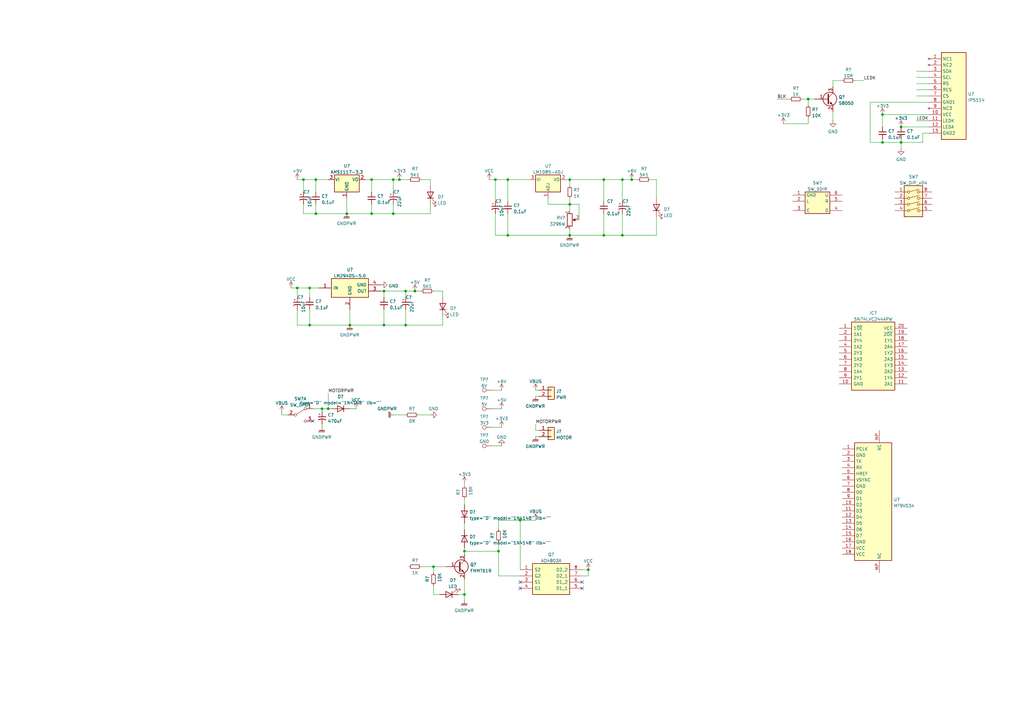
<source format=kicad_sch>
(kicad_sch (version 20211123) (generator eeschema)
  (paper "A3")
  (lib_symbols
    (symbol "Connector:TestPoint" (pin_numbers hide) (pin_names (offset 0.762) hide)
      (property "Reference" "TP" (at 0 6.858 0))
      (property "Value" "TestPoint" (at 0 5.08 0))
      (symbol "TestPoint_0_1"
        (circle (center 0 3.302) (radius 0.762))
      )
      (symbol "TestPoint_1_1"
        (pin passive line (at 0 0 90) (length 2.54) (name "1") (number "1"))
      )
    )
    (symbol "Connector_Generic:Conn_01x02" (pin_names (offset 1.016) hide)
      (property "Reference" "J" (at 0 2.54 0))
      (property "Value" "Conn_01x02" (at 0 -5.08 0))
      (symbol "Conn_01x02_1_1"
        (rectangle (start -1.27 -2.413) (end 0 -2.667) (stroke (width 0.1524)))
        (rectangle (start -1.27 0.127) (end 0 -0.127) (stroke (width 0.1524)))
        (rectangle (start -1.27 1.27) (end 1.27 -3.81) (stroke (width 0.254)) (fill (type background)))
        (pin passive line (at -5.08 0 0) (length 3.81) (name "Pin_1") (number "1"))
        (pin passive line (at -5.08 -2.54 0) (length 3.81) (name "Pin_2") (number "2"))
      )
    )
    (symbol "Device:C_Polarized_Small_US" (pin_numbers hide) (pin_names (offset 0.254) hide)
      (property "Reference" "C" (at 0.254 1.778 0))
      (property "Value" "C_Polarized_Small_US" (at 0.254 -2.032 0))
      (symbol "C_Polarized_Small_US_0_1"
        (polyline (pts (xy -1.524 0.508) (xy 1.524 0.508)) (stroke (width 0.3048)))
        (polyline (pts (xy -1.27 1.524) (xy -0.762 1.524)))
        (polyline (pts (xy -1.016 1.27) (xy -1.016 1.778)))
        (arc (start 1.524 -0.762) (mid 0 -0.3734) (end -1.524 -0.762) (stroke (width 0.3048)))
      )
      (symbol "C_Polarized_Small_US_1_1"
        (pin passive line (at 0 2.54 270) (length 2.032) (name "~") (number "1"))
        (pin passive line (at 0 -2.54 90) (length 2.032) (name "~") (number "2"))
      )
    )
    (symbol "Device:C_Small" (pin_numbers hide) (pin_names (offset 0.254) hide)
      (property "Reference" "C" (at 0.254 1.778 0))
      (property "Value" "C_Small" (at 0.254 -2.032 0))
      (symbol "C_Small_0_1"
        (polyline (pts (xy -1.524 -0.508) (xy 1.524 -0.508)) (stroke (width 0.3302)))
        (polyline (pts (xy -1.524 0.508) (xy 1.524 0.508)) (stroke (width 0.3048)))
      )
      (symbol "C_Small_1_1"
        (pin passive line (at 0 2.54 270) (length 2.032) (name "~") (number "1"))
        (pin passive line (at 0 -2.54 90) (length 2.032) (name "~") (number "2"))
      )
    )
    (symbol "Device:LED" (pin_numbers hide) (pin_names (offset 1.016) hide)
      (property "Reference" "D" (at 0 2.54 0))
      (property "Value" "LED" (at 0 -2.54 0))
      (symbol "LED_0_1"
        (polyline (pts (xy -1.27 -1.27) (xy -1.27 1.27)) (stroke (width 0.254)))
        (polyline (pts (xy -1.27 0) (xy 1.27 0)))
        (polyline (pts (xy 1.27 -1.27) (xy 1.27 1.27) (xy -1.27 0) (xy 1.27 -1.27)) (stroke (width 0.254)))
        (polyline (pts (xy -3.048 -0.762) (xy -4.572 -2.286) (xy -3.81 -2.286) (xy -4.572 -2.286) (xy -4.572 -1.524)))
        (polyline (pts (xy -1.778 -0.762) (xy -3.302 -2.286) (xy -2.54 -2.286) (xy -3.302 -2.286) (xy -3.302 -1.524)))
      )
      (symbol "LED_1_1"
        (pin passive line (at -3.81 0 0) (length 2.54) (name "K") (number "1"))
        (pin passive line (at 3.81 0 180) (length 2.54) (name "A") (number "2"))
      )
    )
    (symbol "Device:Q_NPN_BEC" (pin_names (offset 0) hide)
      (property "Reference" "Q" (at 5.08 1.27 0))
      (property "Value" "Q_NPN_BEC" (at 5.08 -1.27 0))
      (symbol "Q_NPN_BEC_0_1"
        (polyline (pts (xy 0.635 0.635) (xy 2.54 2.54)))
        (polyline (pts (xy 0.635 -0.635) (xy 2.54 -2.54) (xy 2.54 -2.54)))
        (polyline (pts (xy 0.635 1.905) (xy 0.635 -1.905) (xy 0.635 -1.905)) (stroke (width 0.508)))
        (polyline (pts (xy 1.27 -1.778) (xy 1.778 -1.27) (xy 2.286 -2.286) (xy 1.27 -1.778) (xy 1.27 -1.778)) (fill (type outline)))
        (circle (center 1.27 0) (radius 2.8194) (stroke (width 0.254)))
      )
      (symbol "Q_NPN_BEC_1_1"
        (pin input line (at -5.08 0 0) (length 5.715) (name "B") (number "1"))
        (pin passive line (at 2.54 -5.08 90) (length 2.54) (name "E") (number "2"))
        (pin passive line (at 2.54 5.08 270) (length 2.54) (name "C") (number "3"))
      )
    )
    (symbol "Device:R_Potentiometer" (pin_names (offset 1.016) hide)
      (property "Reference" "RV" (at -4.445 0 90))
      (property "Value" "R_Potentiometer" (at -2.54 0 90))
      (symbol "R_Potentiometer_0_1"
        (polyline (pts (xy 2.54 0) (xy 1.524 0)))
        (polyline (pts (xy 1.143 0) (xy 2.286 0.508) (xy 2.286 -0.508) (xy 1.143 0)) (fill (type outline)))
        (rectangle (start 1.016 2.54) (end -1.016 -2.54) (stroke (width 0.254)))
      )
      (symbol "R_Potentiometer_1_1"
        (pin passive line (at 0 3.81 270) (length 1.27) (name "1") (number "1"))
        (pin passive line (at 3.81 0 180) (length 1.27) (name "2") (number "2"))
        (pin passive line (at 0 -3.81 90) (length 1.27) (name "3") (number "3"))
      )
    )
    (symbol "Device:R_Small" (pin_numbers hide) (pin_names (offset 0.254) hide)
      (property "Reference" "R" (at 0.762 0.508 0))
      (property "Value" "R_Small" (at 0.762 -1.016 0))
      (symbol "R_Small_0_1"
        (rectangle (start -0.762 1.778) (end 0.762 -1.778) (stroke (width 0.2032)))
      )
      (symbol "R_Small_1_1"
        (pin passive line (at 0 2.54 270) (length 0.762) (name "~") (number "1"))
        (pin passive line (at 0 -2.54 90) (length 0.762) (name "~") (number "2"))
      )
    )
    (symbol "ErBW_s:AO4803A" (pin_names (offset 0.762))
      (property "Reference" "Q" (at 21.59 7.62 0))
      (property "Value" "AO4803A" (at 21.59 5.08 0))
      (symbol "AO4803A_0_0"
        (pin power_in line (at 0 0 0) (length 5.08) (name "S2") (number "1"))
        (pin input line (at 0 -2.54 0) (length 5.08) (name "G2") (number "2"))
        (pin power_in line (at 0 -5.08 0) (length 5.08) (name "S1") (number "3"))
        (pin input line (at 0 -7.62 0) (length 5.08) (name "G1") (number "4"))
        (pin power_in line (at 25.4 -7.62 180) (length 5.08) (name "D1_1") (number "5"))
        (pin power_in line (at 25.4 -5.08 180) (length 5.08) (name "D1_2") (number "6"))
        (pin power_in line (at 25.4 -2.54 180) (length 5.08) (name "D2_1") (number "7"))
        (pin power_in line (at 25.4 0 180) (length 5.08) (name "D2_2") (number "8"))
      )
      (symbol "AO4803A_0_1"
        (polyline (pts (xy 5.08 2.54) (xy 20.32 2.54) (xy 20.32 -10.16) (xy 5.08 -10.16) (xy 5.08 2.54)) (stroke (width 0.254)) (fill (type background)))
      )
    )
    (symbol "ErBW_s:IPS114"
      (property "Reference" "U" (at 0 19.05 0))
      (property "Value" "IPS114" (at 0 -19.05 0))
      (symbol "IPS114_0_1"
        (rectangle (start -5.08 17.78) (end 5.08 -17.78) (stroke (width 0.254)) (fill (type background)))
      )
      (symbol "IPS114_1_1"
        (pin no_connect line (at -10.16 15.24 0) (length 5.08) (name "NC1") (number "1"))
        (pin power_in line (at -10.16 -7.62 0) (length 5.08) (name "VCC") (number "10"))
        (pin bidirectional line (at -10.16 -10.16 0) (length 5.08) (name "LEDK") (number "11"))
        (pin power_in line (at -10.16 -12.7 0) (length 5.08) (name "LEDA") (number "12"))
        (pin power_in line (at -10.16 -15.24 0) (length 5.08) (name "GND2") (number "13"))
        (pin no_connect line (at -10.16 12.7 0) (length 5.08) (name "NC2") (number "2"))
        (pin bidirectional line (at -10.16 10.16 0) (length 5.08) (name "SDA") (number "3"))
        (pin bidirectional line (at -10.16 7.62 0) (length 5.08) (name "SCL") (number "4"))
        (pin bidirectional line (at -10.16 5.08 0) (length 5.08) (name "RS") (number "5"))
        (pin bidirectional line (at -10.16 2.54 0) (length 5.08) (name "RES") (number "6"))
        (pin bidirectional line (at -10.16 0 0) (length 5.08) (name "CS") (number "7"))
        (pin power_in line (at -10.16 -2.54 0) (length 5.08) (name "GND1") (number "8"))
        (pin no_connect line (at -10.16 -5.08 0) (length 5.08) (name "NC3") (number "9"))
      )
    )
    (symbol "ErBW_s:MT9V034"
      (property "Reference" "U" (at -6.35 27.94 0))
      (property "Value" "MT9V034" (at -6.35 -22.86 0))
      (symbol "MT9V034_0_1"
        (rectangle (start -7.62 26.67) (end 7.62 -21.59) (stroke (width 0.254)) (fill (type background)))
      )
      (symbol "MT9V034_1_1"
        (pin bidirectional line (at -12.7 24.13 0) (length 5.08) (name "PCLK") (number "1"))
        (pin bidirectional line (at -12.7 1.27 0) (length 5.08) (name "D2") (number "10"))
        (pin bidirectional line (at -12.7 -1.27 0) (length 5.08) (name "D3") (number "11"))
        (pin bidirectional line (at -12.7 -3.81 0) (length 5.08) (name "D4") (number "12"))
        (pin bidirectional line (at -12.7 -6.35 0) (length 5.08) (name "D5") (number "13"))
        (pin bidirectional line (at -12.7 -8.89 0) (length 5.08) (name "D6") (number "14"))
        (pin bidirectional line (at -12.7 -11.43 0) (length 5.08) (name "D7") (number "15"))
        (pin power_in line (at -12.7 -13.97 0) (length 5.08) (name "GND") (number "16"))
        (pin power_in line (at -12.7 -16.51 0) (length 5.08) (name "VCC") (number "17"))
        (pin power_in line (at -12.7 -19.05 0) (length 5.08) (name "VCC") (number "18"))
        (pin power_in line (at -12.7 21.59 0) (length 5.08) (name "GND") (number "2"))
        (pin bidirectional line (at -12.7 19.05 0) (length 5.08) (name "TX") (number "3"))
        (pin bidirectional line (at -12.7 16.51 0) (length 5.08) (name "RX") (number "4"))
        (pin bidirectional line (at -12.7 13.97 0) (length 5.08) (name "HREF") (number "5"))
        (pin bidirectional line (at -12.7 11.43 0) (length 5.08) (name "VSYNC") (number "6"))
        (pin power_in line (at -12.7 8.89 0) (length 5.08) (name "GND") (number "7"))
        (pin bidirectional line (at -12.7 6.35 0) (length 5.08) (name "D0") (number "8"))
        (pin bidirectional line (at -12.7 3.81 0) (length 5.08) (name "D1") (number "9"))
        (pin bidirectional line (at 2.54 -26.67 90) (length 5.08) (name "NC") (number "MP"))
        (pin bidirectional line (at 2.54 31.75 270) (length 5.08) (name "NC") (number "MP"))
      )
    )
    (symbol "ErBW_s:SN74LVC244APW" (pin_names (offset 0.762))
      (property "Reference" "IC" (at 24.13 7.62 0))
      (property "Value" "SN74LVC244APW" (at 24.13 5.08 0))
      (symbol "SN74LVC244APW_0_0"
        (pin passive line (at 0 0 0) (length 5.08) (name "1~{OE}") (number "1"))
        (pin power_in line (at 0 -22.86 0) (length 5.08) (name "GND") (number "10"))
        (pin passive line (at 27.94 -22.86 180) (length 5.08) (name "2A1") (number "11"))
        (pin passive line (at 27.94 -20.32 180) (length 5.08) (name "1Y4") (number "12"))
        (pin passive line (at 27.94 -17.78 180) (length 5.08) (name "2A2") (number "13"))
        (pin passive line (at 27.94 -15.24 180) (length 5.08) (name "1Y3") (number "14"))
        (pin passive line (at 27.94 -12.7 180) (length 5.08) (name "2A3") (number "15"))
        (pin passive line (at 27.94 -10.16 180) (length 5.08) (name "1Y2") (number "16"))
        (pin passive line (at 27.94 -7.62 180) (length 5.08) (name "2A4") (number "17"))
        (pin passive line (at 27.94 -5.08 180) (length 5.08) (name "1Y1") (number "18"))
        (pin power_in line (at 27.94 -2.54 180) (length 5.08) (name "2~{OE}") (number "19"))
        (pin passive line (at 0 -2.54 0) (length 5.08) (name "1A1") (number "2"))
        (pin power_in line (at 27.94 0 180) (length 5.08) (name "VCC") (number "20"))
        (pin passive line (at 0 -5.08 0) (length 5.08) (name "2Y4") (number "3"))
        (pin passive line (at 0 -7.62 0) (length 5.08) (name "1A2") (number "4"))
        (pin passive line (at 0 -10.16 0) (length 5.08) (name "2Y3") (number "5"))
        (pin passive line (at 0 -12.7 0) (length 5.08) (name "1A3") (number "6"))
        (pin passive line (at 0 -15.24 0) (length 5.08) (name "2Y2") (number "7"))
        (pin passive line (at 0 -17.78 0) (length 5.08) (name "1A4") (number "8"))
        (pin passive line (at 0 -20.32 0) (length 5.08) (name "2Y1") (number "9"))
      )
      (symbol "SN74LVC244APW_0_1"
        (polyline (pts (xy 5.08 2.54) (xy 22.86 2.54) (xy 22.86 -25.4) (xy 5.08 -25.4) (xy 5.08 2.54)) (stroke (width 0.254)) (fill (type background)))
      )
    )
    (symbol "ErBW_s:SW_5DIR"
      (property "Reference" "SW" (at -5.08 5.08 0))
      (property "Value" "SW_5DIR" (at 2.54 5.08 0))
      (symbol "SW_5DIR_0_0"
        (pin power_in line (at -10.16 2.54 0) (length 5.08) (name "GND") (number "1"))
        (pin passive line (at -10.16 0 0) (length 5.08) (name "L") (number "2"))
        (pin passive line (at -10.16 -3.81 0) (length 5.08) (name "C") (number "3"))
        (pin passive line (at 10.16 -3.81 180) (length 5.08) (name "D") (number "4"))
        (pin passive line (at 10.16 0 180) (length 5.08) (name "R") (number "5"))
        (pin passive line (at 10.16 2.54 180) (length 5.08) (name "U") (number "6"))
      )
      (symbol "SW_5DIR_0_1"
        (rectangle (start -5.08 3.81) (end 5.08 -5.08) (stroke (width 0.254)) (fill (type background)))
      )
    )
    (symbol "Regulator_Linear:AMS1117-3.3" (pin_names (offset 0.254))
      (property "Reference" "U" (at -3.81 3.175 0))
      (property "Value" "AMS1117-3.3" (at 0 3.175 0))
      (symbol "AMS1117-3.3_0_1"
        (rectangle (start -5.08 -5.08) (end 5.08 1.905) (stroke (width 0.254)) (fill (type background)))
      )
      (symbol "AMS1117-3.3_1_1"
        (pin power_in line (at 0 -7.62 90) (length 2.54) (name "GND") (number "1"))
        (pin power_out line (at 7.62 0 180) (length 2.54) (name "VO") (number "2"))
        (pin power_in line (at -7.62 0 0) (length 2.54) (name "VI") (number "3"))
      )
    )
    (symbol "Regulator_Linear:LM1085-ADJ" (pin_names (offset 0.254))
      (property "Reference" "U" (at -3.81 3.175 0))
      (property "Value" "LM1085-ADJ" (at 0 3.175 0))
      (symbol "LM1085-ADJ_0_1"
        (rectangle (start -5.08 1.905) (end 5.08 -5.08) (stroke (width 0.254)) (fill (type background)))
      )
      (symbol "LM1085-ADJ_1_1"
        (pin input line (at 0 -7.62 90) (length 2.54) (name "ADJ") (number "1"))
        (pin power_out line (at 7.62 0 180) (length 2.54) (name "VO") (number "2"))
        (pin power_in line (at -7.62 0 0) (length 2.54) (name "VI") (number "3"))
      )
    )
    (symbol "Regulator_Linear:LM2940S-5.0" (pin_names (offset 0.762))
      (property "Reference" "U" (at 24.13 7.62 0))
      (property "Value" "LM2940S-5.0" (at 24.13 5.08 0))
      (symbol "LM2940S-5.0_0_0"
        (pin input line (at 0 -1.27 0) (length 5.08) (name "IN") (number "1"))
        (pin power_in line (at 12.7 -10.16 90) (length 5.08) (name "GND") (number "2"))
        (pin output line (at 25.4 -2.54 180) (length 5.08) (name "OUT") (number "3"))
        (pin power_in line (at 25.4 0 180) (length 5.08) (name "GND") (number "4"))
      )
      (symbol "LM2940S-5.0_0_1"
        (rectangle (start 5.08 2.54) (end 20.32 -5.08) (stroke (width 0.254)) (fill (type background)))
      )
    )
    (symbol "Simulation_SPICE:DIODE" (pin_numbers hide) (pin_names (offset 1.016) hide)
      (property "Reference" "D" (at 0 2.54 0))
      (property "Value" "DIODE" (at 0 -2.54 0))
      (symbol "DIODE_0_1"
        (polyline (pts (xy 1.27 0) (xy -1.27 0)))
        (polyline (pts (xy 1.27 1.27) (xy 1.27 -1.27)) (stroke (width 0.254)))
        (polyline (pts (xy -1.27 -1.27) (xy -1.27 1.27) (xy 1.27 0) (xy -1.27 -1.27)) (stroke (width 0.254)))
      )
      (symbol "DIODE_1_1"
        (pin passive line (at -3.81 0 0) (length 2.54) (name "A") (number "1"))
        (pin passive line (at 3.81 0 180) (length 2.54) (name "K") (number "2"))
      )
    )
    (symbol "Switch:SW_DIP_x04" (pin_names (offset 0) hide)
      (property "Reference" "SW" (at 0 8.89 0))
      (property "Value" "SW_DIP_x04" (at 0 -6.35 0))
      (symbol "SW_DIP_x04_0_0"
        (circle (center -2.032 -2.54) (radius 0.508))
        (circle (center -2.032 0) (radius 0.508))
        (circle (center -2.032 2.54) (radius 0.508))
        (circle (center -2.032 5.08) (radius 0.508))
        (polyline (pts (xy -1.524 -2.3876) (xy 2.3622 -1.3462)))
        (polyline (pts (xy -1.524 0.127) (xy 2.3622 1.1684)))
        (polyline (pts (xy -1.524 2.667) (xy 2.3622 3.7084)))
        (polyline (pts (xy -1.524 5.207) (xy 2.3622 6.2484)))
        (circle (center 2.032 -2.54) (radius 0.508))
        (circle (center 2.032 0) (radius 0.508))
        (circle (center 2.032 2.54) (radius 0.508))
        (circle (center 2.032 5.08) (radius 0.508))
      )
      (symbol "SW_DIP_x04_0_1"
        (rectangle (start -3.81 7.62) (end 3.81 -5.08) (stroke (width 0.254)) (fill (type background)))
      )
      (symbol "SW_DIP_x04_1_1"
        (pin passive line (at -7.62 5.08 0) (length 5.08) (name "~") (number "1"))
        (pin passive line (at -7.62 2.54 0) (length 5.08) (name "~") (number "2"))
        (pin passive line (at -7.62 0 0) (length 5.08) (name "~") (number "3"))
        (pin passive line (at -7.62 -2.54 0) (length 5.08) (name "~") (number "4"))
        (pin passive line (at 7.62 -2.54 180) (length 5.08) (name "~") (number "5"))
        (pin passive line (at 7.62 0 180) (length 5.08) (name "~") (number "6"))
        (pin passive line (at 7.62 2.54 180) (length 5.08) (name "~") (number "7"))
        (pin passive line (at 7.62 5.08 180) (length 5.08) (name "~") (number "8"))
      )
    )
    (symbol "Switch:SW_DPDT_x2" (pin_names (offset 0) hide)
      (property "Reference" "SW" (at 0 4.318 0))
      (property "Value" "SW_DPDT_x2" (at 0 -5.08 0))
      (symbol "SW_DPDT_x2_0_0"
        (circle (center -2.032 0) (radius 0.508))
        (circle (center 2.032 -2.54) (radius 0.508))
      )
      (symbol "SW_DPDT_x2_0_1"
        (polyline (pts (xy -1.524 0.254) (xy 1.651 2.286)))
        (circle (center 2.032 2.54) (radius 0.508))
      )
      (symbol "SW_DPDT_x2_1_1"
        (pin passive line (at 5.08 2.54 180) (length 2.54) (name "A") (number "1"))
        (pin passive line (at -5.08 0 0) (length 2.54) (name "B") (number "2"))
        (pin passive line (at 5.08 -2.54 180) (length 2.54) (name "C") (number "3"))
      )
      (symbol "SW_DPDT_x2_2_1"
        (pin passive line (at 5.08 2.54 180) (length 2.54) (name "A") (number "4"))
        (pin passive line (at -5.08 0 0) (length 2.54) (name "B") (number "5"))
        (pin passive line (at 5.08 -2.54 180) (length 2.54) (name "C") (number "6"))
      )
    )
    (symbol "power:+3V3" (power) (pin_names (offset 0))
      (property "Value" "+3V3" (at 0 3.556 0))
      (symbol "+3V3_0_1"
        (polyline (pts (xy -0.762 1.27) (xy 0 2.54)))
        (polyline (pts (xy 0 0) (xy 0 2.54)))
        (polyline (pts (xy 0 2.54) (xy 0.762 1.27)))
      )
      (symbol "+3V3_1_1"
        (pin power_in line (at 0 0 90) (length 0) hide (name "+3V3") (number "1"))
      )
    )
    (symbol "power:+5V" (power) (pin_names (offset 0))
      (property "Value" "+5V" (at 0 3.556 0))
      (symbol "+5V_0_1"
        (polyline (pts (xy -0.762 1.27) (xy 0 2.54)))
        (polyline (pts (xy 0 0) (xy 0 2.54)))
        (polyline (pts (xy 0 2.54) (xy 0.762 1.27)))
      )
      (symbol "+5V_1_1"
        (pin power_in line (at 0 0 90) (length 0) hide (name "+5V") (number "1"))
      )
    )
    (symbol "power:+6V" (power) (pin_names (offset 0))
      (property "Value" "+6V" (at 0 3.556 0))
      (symbol "+6V_0_1"
        (polyline (pts (xy -0.762 1.27) (xy 0 2.54)))
        (polyline (pts (xy 0 0) (xy 0 2.54)))
        (polyline (pts (xy 0 2.54) (xy 0.762 1.27)))
      )
      (symbol "+6V_1_1"
        (pin power_in line (at 0 0 90) (length 0) hide (name "+6V") (number "1"))
      )
    )
    (symbol "power:GND" (power) (pin_names (offset 0))
      (property "Value" "GND" (at 0 -3.81 0))
      (symbol "GND_0_1"
        (polyline (pts (xy 0 0) (xy 0 -1.27) (xy 1.27 -1.27) (xy 0 -2.54) (xy -1.27 -1.27) (xy 0 -1.27)))
      )
      (symbol "GND_1_1"
        (pin power_in line (at 0 0 270) (length 0) hide (name "GND") (number "1"))
      )
    )
    (symbol "power:GNDPWR" (power) (pin_names (offset 0))
      (property "Value" "GNDPWR" (at 0 -3.302 0))
      (symbol "GNDPWR_0_1"
        (polyline (pts (xy 0 -1.27) (xy 0 0)))
        (polyline (pts (xy -1.016 -1.27) (xy -1.27 -2.032) (xy -1.27 -2.032)) (stroke (width 0.2032)))
        (polyline (pts (xy -0.508 -1.27) (xy -0.762 -2.032) (xy -0.762 -2.032)) (stroke (width 0.2032)))
        (polyline (pts (xy 0 -1.27) (xy -0.254 -2.032) (xy -0.254 -2.032)) (stroke (width 0.2032)))
        (polyline (pts (xy 0.508 -1.27) (xy 0.254 -2.032) (xy 0.254 -2.032)) (stroke (width 0.2032)))
        (polyline (pts (xy 1.016 -1.27) (xy -1.016 -1.27) (xy -1.016 -1.27)) (stroke (width 0.2032)))
        (polyline (pts (xy 1.016 -1.27) (xy 0.762 -2.032) (xy 0.762 -2.032) (xy 0.762 -2.032)) (stroke (width 0.2032)))
      )
      (symbol "GNDPWR_1_1"
        (pin power_in line (at 0 0 270) (length 0) hide (name "GNDPWR") (number "1"))
      )
    )
    (symbol "power:VBUS" (power) (pin_names (offset 0))
      (property "Value" "VBUS" (at 0 3.81 0))
      (symbol "VBUS_0_1"
        (polyline (pts (xy -0.762 1.27) (xy 0 2.54)))
        (polyline (pts (xy 0 0) (xy 0 2.54)))
        (polyline (pts (xy 0 2.54) (xy 0.762 1.27)))
      )
      (symbol "VBUS_1_1"
        (pin power_in line (at 0 0 90) (length 0) hide (name "VBUS") (number "1"))
      )
    )
    (symbol "power:VCC" (power) (pin_names (offset 0))
      (property "Value" "VCC" (at 0 3.81 0))
      (symbol "VCC_0_1"
        (polyline (pts (xy -0.762 1.27) (xy 0 2.54)))
        (polyline (pts (xy 0 0) (xy 0 2.54)))
        (polyline (pts (xy 0 2.54) (xy 0.762 1.27)))
      )
      (symbol "VCC_1_1"
        (pin power_in line (at 0 0 90) (length 0) hide (name "VCC") (number "1"))
      )
    )
  )
  (junction (at 143.51 133.35))
  (junction (at 124.46 73.66))
  (junction (at 255.27 73.66))
  (junction (at 157.48 119.38))
  (junction (at 166.37 119.38))
  (junction (at 247.65 96.52))
  (junction (at 129.54 73.66))
  (junction (at 255.27 96.52))
  (junction (at 213.36 213.36))
  (junction (at 361.95 58.42))
  (junction (at 161.29 87.63))
  (junction (at 152.4 73.66))
  (junction (at 369.57 52.07))
  (junction (at 190.5 243.84))
  (junction (at 361.95 46.99))
  (junction (at 247.65 73.66))
  (junction (at 190.5 226.06))
  (junction (at 208.28 73.66))
  (junction (at 161.29 73.66))
  (junction (at 331.47 40.64))
  (junction (at 132.08 167.64))
  (junction (at 170.18 119.38))
  (junction (at 177.8 232.41))
  (junction (at 208.28 96.52))
  (junction (at 157.48 133.35))
  (junction (at 127 133.35))
  (junction (at 233.68 83.82))
  (junction (at 152.4 87.63))
  (junction (at 134.62 167.64))
  (junction (at 163.83 73.66))
  (junction (at 369.57 58.42))
  (junction (at 129.54 87.63))
  (junction (at 204.47 226.06))
  (junction (at 203.2 73.66))
  (junction (at 233.68 73.66))
  (junction (at 142.24 87.63))
  (junction (at 241.3 233.68))
  (junction (at 121.92 118.11))
  (junction (at 166.37 133.35))
  (junction (at 127 118.11))
  (junction (at 233.68 96.52))
  (junction (at 259.08 73.66))
  (no_connect (at 128.27 172.72))
  (no_connect (at 213.36 238.76))
  (no_connect (at 213.36 241.3))
  (no_connect (at 238.76 241.3))
  (no_connect (at 238.76 238.76))
  (wire (pts (xy 204.47 213.36) (xy 204.47 217.17)))
  (wire (pts (xy 166.37 127) (xy 166.37 133.35)))
  (wire (pts (xy 190.5 204.47) (xy 190.5 207.01)))
  (wire (pts (xy 119.38 118.11) (xy 121.92 118.11)))
  (wire (pts (xy 187.96 243.84) (xy 190.5 243.84)))
  (wire (pts (xy 375.92 34.29) (xy 381 34.29)))
  (wire (pts (xy 361.95 52.07) (xy 361.95 46.99)))
  (wire (pts (xy 331.47 40.64) (xy 334.01 40.64)))
  (wire (pts (xy 331.47 50.8) (xy 331.47 48.26)))
  (wire (pts (xy 177.8 240.03) (xy 177.8 243.84)))
  (wire (pts (xy 259.08 73.66) (xy 261.62 73.66)))
  (wire (pts (xy 361.95 46.99) (xy 381 46.99)))
  (wire (pts (xy 219.71 173.99) (xy 219.71 176.53)))
  (wire (pts (xy 219.71 176.53) (xy 220.98 176.53)))
  (wire (pts (xy 163.83 73.66) (xy 167.64 73.66)))
  (wire (pts (xy 177.8 232.41) (xy 182.88 232.41)))
  (wire (pts (xy 201.93 182.88) (xy 205.74 182.88)))
  (wire (pts (xy 233.68 81.28) (xy 233.68 83.82)))
  (wire (pts (xy 161.29 87.63) (xy 161.29 83.82)))
  (wire (pts (xy 204.47 222.25) (xy 204.47 226.06)))
  (wire (pts (xy 208.28 73.66) (xy 203.2 73.66)))
  (wire (pts (xy 247.65 87.63) (xy 247.65 96.52)))
  (wire (pts (xy 130.81 118.11) (xy 127 118.11)))
  (wire (pts (xy 369.57 58.42) (xy 369.57 60.96)))
  (wire (pts (xy 181.61 119.38) (xy 181.61 121.92)))
  (wire (pts (xy 177.8 119.38) (xy 181.61 119.38)))
  (wire (pts (xy 238.76 233.68) (xy 241.3 233.68)))
  (wire (pts (xy 127 118.11) (xy 121.92 118.11)))
  (wire (pts (xy 233.68 83.82) (xy 233.68 86.36)))
  (wire (pts (xy 237.49 90.17) (xy 237.49 83.82)))
  (wire (pts (xy 166.37 170.18) (xy 161.29 170.18)))
  (wire (pts (xy 142.24 81.28) (xy 142.24 87.63)))
  (wire (pts (xy 121.92 73.66) (xy 124.46 73.66)))
  (wire (pts (xy 177.8 243.84) (xy 180.34 243.84)))
  (wire (pts (xy 381 41.91) (xy 356.87 41.91)))
  (wire (pts (xy 170.18 119.38) (xy 172.72 119.38)))
  (wire (pts (xy 224.79 83.82) (xy 224.79 81.28)))
  (wire (pts (xy 149.86 73.66) (xy 152.4 73.66)))
  (wire (pts (xy 208.28 87.63) (xy 208.28 96.52)))
  (wire (pts (xy 201.93 167.64) (xy 205.74 167.64)))
  (wire (pts (xy 157.48 119.38) (xy 157.48 121.92)))
  (wire (pts (xy 375.92 49.53) (xy 381 49.53)))
  (wire (pts (xy 356.87 41.91) (xy 356.87 58.42)))
  (wire (pts (xy 201.93 175.26) (xy 205.74 175.26)))
  (wire (pts (xy 233.68 93.98) (xy 233.68 96.52)))
  (wire (pts (xy 213.36 213.36) (xy 204.47 213.36)))
  (wire (pts (xy 375.92 31.75) (xy 381 31.75)))
  (wire (pts (xy 219.71 160.02) (xy 220.98 160.02)))
  (wire (pts (xy 341.63 45.72) (xy 341.63 49.53)))
  (wire (pts (xy 129.54 83.82) (xy 129.54 87.63)))
  (wire (pts (xy 233.68 83.82) (xy 224.79 83.82)))
  (wire (pts (xy 121.92 118.11) (xy 121.92 121.92)))
  (wire (pts (xy 128.27 167.64) (xy 132.08 167.64)))
  (wire (pts (xy 190.5 243.84) (xy 190.5 237.49)))
  (wire (pts (xy 127 133.35) (xy 143.51 133.35)))
  (wire (pts (xy 157.48 119.38) (xy 166.37 119.38)))
  (wire (pts (xy 233.68 96.52) (xy 247.65 96.52)))
  (wire (pts (xy 361.95 58.42) (xy 369.57 58.42)))
  (wire (pts (xy 369.57 52.07) (xy 381 52.07)))
  (wire (pts (xy 213.36 213.36) (xy 213.36 233.68)))
  (wire (pts (xy 181.61 129.54) (xy 181.61 133.35)))
  (wire (pts (xy 328.93 40.64) (xy 331.47 40.64)))
  (wire (pts (xy 331.47 40.64) (xy 331.47 43.18)))
  (wire (pts (xy 156.21 119.38) (xy 157.48 119.38)))
  (wire (pts (xy 132.08 167.64) (xy 132.08 168.91)))
  (wire (pts (xy 369.57 58.42) (xy 378.46 58.42)))
  (wire (pts (xy 232.41 73.66) (xy 233.68 73.66)))
  (wire (pts (xy 190.5 224.79) (xy 190.5 226.06)))
  (wire (pts (xy 177.8 232.41) (xy 177.8 234.95)))
  (wire (pts (xy 152.4 73.66) (xy 161.29 73.66)))
  (wire (pts (xy 341.63 33.02) (xy 345.44 33.02)))
  (wire (pts (xy 350.52 33.02) (xy 354.33 33.02)))
  (wire (pts (xy 161.29 73.66) (xy 161.29 78.74)))
  (wire (pts (xy 341.63 35.56) (xy 341.63 33.02)))
  (wire (pts (xy 152.4 73.66) (xy 152.4 78.74)))
  (wire (pts (xy 269.24 96.52) (xy 255.27 96.52)))
  (wire (pts (xy 132.08 167.64) (xy 134.62 167.64)))
  (wire (pts (xy 176.53 170.18) (xy 171.45 170.18)))
  (wire (pts (xy 176.53 87.63) (xy 161.29 87.63)))
  (wire (pts (xy 247.65 96.52) (xy 255.27 96.52)))
  (wire (pts (xy 356.87 58.42) (xy 361.95 58.42)))
  (wire (pts (xy 124.46 73.66) (xy 129.54 73.66)))
  (wire (pts (xy 132.08 173.99) (xy 132.08 175.26)))
  (wire (pts (xy 219.71 162.56) (xy 220.98 162.56)))
  (wire (pts (xy 115.57 170.18) (xy 118.11 170.18)))
  (wire (pts (xy 203.2 96.52) (xy 208.28 96.52)))
  (wire (pts (xy 176.53 83.82) (xy 176.53 87.63)))
  (wire (pts (xy 143.51 133.35) (xy 157.48 133.35)))
  (wire (pts (xy 129.54 73.66) (xy 129.54 78.74)))
  (wire (pts (xy 200.66 73.66) (xy 203.2 73.66)))
  (wire (pts (xy 127 127) (xy 127 133.35)))
  (wire (pts (xy 208.28 96.52) (xy 233.68 96.52)))
  (wire (pts (xy 201.93 160.02) (xy 205.74 160.02)))
  (wire (pts (xy 219.71 179.07) (xy 220.98 179.07)))
  (wire (pts (xy 204.47 226.06) (xy 204.47 236.22)))
  (wire (pts (xy 166.37 119.38) (xy 166.37 121.92)))
  (wire (pts (xy 375.92 36.83) (xy 381 36.83)))
  (wire (pts (xy 269.24 88.9) (xy 269.24 96.52)))
  (wire (pts (xy 203.2 87.63) (xy 203.2 96.52)))
  (wire (pts (xy 375.92 29.21) (xy 381 29.21)))
  (wire (pts (xy 255.27 73.66) (xy 255.27 82.55)))
  (wire (pts (xy 237.49 83.82) (xy 233.68 83.82)))
  (wire (pts (xy 378.46 54.61) (xy 378.46 58.42)))
  (wire (pts (xy 247.65 73.66) (xy 247.65 82.55)))
  (wire (pts (xy 204.47 226.06) (xy 190.5 226.06)))
  (wire (pts (xy 129.54 73.66) (xy 134.62 73.66)))
  (wire (pts (xy 233.68 73.66) (xy 233.68 76.2)))
  (wire (pts (xy 152.4 83.82) (xy 152.4 87.63)))
  (wire (pts (xy 124.46 87.63) (xy 129.54 87.63)))
  (wire (pts (xy 121.92 133.35) (xy 127 133.35)))
  (wire (pts (xy 172.72 73.66) (xy 176.53 73.66)))
  (wire (pts (xy 219.71 213.36) (xy 213.36 213.36)))
  (wire (pts (xy 217.17 73.66) (xy 208.28 73.66)))
  (wire (pts (xy 142.24 87.63) (xy 152.4 87.63)))
  (wire (pts (xy 157.48 133.35) (xy 166.37 133.35)))
  (wire (pts (xy 134.62 167.64) (xy 135.89 167.64)))
  (wire (pts (xy 241.3 236.22) (xy 241.3 233.68)))
  (wire (pts (xy 190.5 243.84) (xy 190.5 246.38)))
  (wire (pts (xy 121.92 127) (xy 121.92 133.35)))
  (wire (pts (xy 375.92 39.37) (xy 381 39.37)))
  (wire (pts (xy 247.65 73.66) (xy 255.27 73.66)))
  (wire (pts (xy 269.24 73.66) (xy 269.24 81.28)))
  (wire (pts (xy 166.37 133.35) (xy 181.61 133.35)))
  (wire (pts (xy 321.31 50.8) (xy 331.47 50.8)))
  (wire (pts (xy 161.29 73.66) (xy 163.83 73.66)))
  (wire (pts (xy 115.57 168.91) (xy 115.57 170.18)))
  (wire (pts (xy 166.37 119.38) (xy 170.18 119.38)))
  (wire (pts (xy 152.4 87.63) (xy 161.29 87.63)))
  (wire (pts (xy 124.46 73.66) (xy 124.46 78.74)))
  (wire (pts (xy 318.77 40.64) (xy 323.85 40.64)))
  (wire (pts (xy 203.2 73.66) (xy 203.2 82.55)))
  (wire (pts (xy 238.76 236.22) (xy 241.3 236.22)))
  (wire (pts (xy 255.27 96.52) (xy 255.27 87.63)))
  (wire (pts (xy 143.51 127) (xy 143.51 133.35)))
  (wire (pts (xy 378.46 54.61) (xy 381 54.61)))
  (wire (pts (xy 369.57 57.15) (xy 369.57 58.42)))
  (wire (pts (xy 208.28 73.66) (xy 208.28 82.55)))
  (wire (pts (xy 172.72 232.41) (xy 177.8 232.41)))
  (wire (pts (xy 124.46 83.82) (xy 124.46 87.63)))
  (wire (pts (xy 143.51 167.64) (xy 146.05 167.64)))
  (wire (pts (xy 190.5 226.06) (xy 190.5 227.33)))
  (wire (pts (xy 190.5 214.63) (xy 190.5 217.17)))
  (wire (pts (xy 213.36 236.22) (xy 204.47 236.22)))
  (wire (pts (xy 266.7 73.66) (xy 269.24 73.66)))
  (wire (pts (xy 176.53 73.66) (xy 176.53 76.2)))
  (wire (pts (xy 190.5 198.12) (xy 190.5 199.39)))
  (wire (pts (xy 129.54 87.63) (xy 142.24 87.63)))
  (wire (pts (xy 233.68 73.66) (xy 247.65 73.66)))
  (wire (pts (xy 361.95 57.15) (xy 361.95 58.42)))
  (wire (pts (xy 157.48 127) (xy 157.48 133.35)))
  (wire (pts (xy 127 118.11) (xy 127 121.92)))
  (wire (pts (xy 134.62 161.29) (xy 134.62 167.64)))
  (wire (pts (xy 255.27 73.66) (xy 259.08 73.66)))
  (label "LEDK" (at 375.92 49.53 0))
  (label "LEDK" (at 354.33 33.02 0))
  (label "MOTORPWR" (at 134.62 161.29 0))
  (label "BLK" (at 318.77 40.64 0))
  (label "MOTORPWR" (at 219.71 173.99 0))
  (symbol (lib_id "Device:C_Small") (at 152.4 81.28 0) (unit 1)
    (property "Reference" "C?" (at 154.7241 80.4516 0) (effects (justify left)))
    (property "Value" "0.1uF" (at 154.7241 82.9885 0) (effects (justify left)))
    (property "Reference" "C?" (effects hide))
    (property "Value" "0.1uF" (effects hide))
  )
  (symbol (lib_id "Device:C_Polarized_Small_US") (at 203.2 85.09 0) (unit 1)
    (property "Reference" "C?" (at 204.47 82.55 0))
    (property "Value" "10uF" (at 205.74 86.36 90))
  )
  (symbol (lib_id "Device:R_Small") (at 170.18 73.66 90) (unit 1)
    (property "Reference" "R?" (at 170.18 69.2236 90))
    (property "Value" "5K1" (at 170.18 71.7605 90))
    (property "Reference" "R?" (effects hide))
    (property "Value" "5K1" (effects hide))
  )
  (symbol (lib_id "Device:C_Small") (at 127 124.46 0) (unit 1)
    (property "Reference" "C?" (at 129.3241 123.6316 0) (effects (justify left)))
    (property "Value" "0.1uF" (at 129.3241 126.1685 0) (effects (justify left)))
  )
  (symbol (lib_id "power:GND") (at 205.74 182.88 180) (unit 1)
    (property "Reference" "#PWR?" (effects hide))
    (property "Value" "GND" (at 205.74 179.3042 0))
  )
  (symbol (lib_id "Connector_Generic:Conn_01x02") (at 226.06 160.02 0) (unit 1)
    (property "Reference" "J?" (at 228.092 160.4553 0) (effects (justify left)))
    (property "Value" "PWR" (at 228.092 162.9922 0) (effects (justify left)))
    (property "Footprint" "Connector:VCC_CONN" (effects hide))
    (property "Footprint" "Connector:VCC_CONN" (effects hide))
    (property "Reference" "J?" (effects hide))
    (property "Value" "PWR" (effects hide))
  )
  (symbol (lib_id "power:VBUS") (at 115.57 168.91 0) (unit 1)
    (property "Reference" "#PWR?" (effects hide))
    (property "Value" "VBUS" (at 115.57 165.3342 0))
  )
  (symbol (lib_id "Device:LED") (at 181.61 125.73 90) (unit 1)
    (property "Reference" "D?" (at 184.531 126.4828 90) (effects (justify right)))
    (property "Value" "LED" (at 184.531 129.0197 90) (effects (justify right)))
  )
  (symbol (lib_id "Regulator_Linear:LM2940S-5.0") (at 130.81 116.84 0) (unit 1)
    (property "Reference" "U?" (at 143.51 110.6002 0))
    (property "Value" "LM2940S-5.0" (at 143.51 113.1371 0))
    (property "Footprint" "Package_TO_SOT_SMD:TO-263-3_TabPin4" (effects hide))
    (property "Description" "1A Low Dropout Regulator  LM2940S-5.0" (effects hide))
    (property "Height" "4.64" (effects hide))
    (property "Manufacturer_Name" "Texas Instruments" (effects hide))
    (property "Manufacturer_Part_Number" "LM2940S-5.0/NOPB" (effects hide))
    (property "Mouser Part Number" "926-LM2940S-5.0/NOPB" (effects hide))
    (property "Mouser Price/Stock" "https://www.mouser.co.uk/ProductDetail/Texas-Instruments/LM2940S-5.0-NOPB?qs=X1J7HmVL2ZGiLtaPLl7V2Q%3D%3D" (effects hide))
    (property "Arrow Part Number" "LM2940S-5.0/NOPB" (effects hide))
    (property "Arrow Price/Stock" "https://www.arrow.com/en/products/lm2940s-5.0nopb/texas-instruments?region=nac" (effects hide))
    (property "Footprint" "Package_TO_SOT_SMD:TO-263-3_TabPin4" (effects hide))
    (property "Reference" "U?" (effects hide))
    (property "Value" "LM2940S-5.0" (effects hide))
  )
  (symbol (lib_id "power:VCC") (at 119.38 118.11 0) (unit 1)
    (property "Reference" "#PWR?" (effects hide))
    (property "Value" "VCC" (at 119.38 114.5342 0))
  )
  (symbol (lib_id "ErBW_s:IPS114") (at 391.16 39.37 0) (unit 1)
    (property "Reference" "U?" (at 397.002 38.5353 0) (effects (justify left)))
    (property "Value" "IPS114" (at 397.002 41.0722 0) (effects (justify left)))
    (property "Footprint" "ErBW_s:IPS114" (effects hide))
  )
  (symbol (lib_id "Device:Q_NPN_BEC") (at 187.96 232.41 0) (unit 1)
    (property "Reference" "Q?" (at 192.8114 231.5753 0) (effects (justify left)))
    (property "Value" "FMMT619" (at 192.8114 234.1122 0) (effects (justify left)))
    (property "Footprint" "Package_TO_SOT_SMD:SOT-23" (effects hide))
  )
  (symbol (lib_id "Device:R_Small") (at 177.8 237.49 180) (unit 1)
    (property "Reference" "R?" (at 175.26 238.76 90) (effects (justify right)))
    (property "Value" "10K" (at 180.34 238.76 90) (effects (justify right)))
    (property "Footprint" "Resistor_SMD:R_1206_3216Metric_Pad1.30x1.75mm_HandSolder" (effects hide))
  )
  (symbol (lib_id "power:VCC") (at 146.05 167.64 0) (unit 1)
    (property "Reference" "#PWR?" (effects hide))
    (property "Value" "VCC" (at 146.05 164.0642 0))
  )
  (symbol (lib_id "Device:R_Potentiometer") (at 233.68 90.17 0) (unit 1)
    (property "Reference" "RV?" (at 231.9021 89.3353 0) (effects (justify right)))
    (property "Value" "3296W" (at 231.9021 91.8722 0) (effects (justify right)))
    (property "Reference" "RV?" (effects hide))
    (property "Value" "3296W" (effects hide))
  )
  (symbol (lib_id "Device:R_Small") (at 204.47 219.71 180) (unit 1)
    (property "Reference" "R?" (at 201.93 220.98 90) (effects (justify right)))
    (property "Value" "10K" (at 207.01 220.98 90) (effects (justify right)))
    (property "Footprint" "Resistor_SMD:R_1206_3216Metric_Pad1.30x1.75mm_HandSolder" (effects hide))
  )
  (symbol (lib_id "Device:LED") (at 176.53 80.01 90) (unit 1)
    (property "Reference" "D?" (at 179.451 80.7628 90) (effects (justify right)))
    (property "Value" "LED" (at 179.451 83.2997 90) (effects (justify right)))
    (property "Reference" "D?" (effects hide))
    (property "Value" "LED" (effects hide))
  )
  (symbol (lib_id "power:GNDPWR") (at 190.5 246.38 0) (unit 1)
    (property "Reference" "#PWR?" (effects hide))
    (property "Value" "GNDPWR" (at 190.373 250.417 0))
  )
  (symbol (lib_id "power:+6V") (at 259.08 73.66 0) (unit 1)
    (property "Reference" "#PWR?" (effects hide))
    (property "Value" "+6V" (at 259.08 70.0842 0))
  )
  (symbol (lib_id "Connector:TestPoint") (at 201.93 160.02 90) (unit 1)
    (property "Reference" "TP?" (at 198.628 155.6852 90))
    (property "Value" "6V" (at 198.628 158.2221 90))
    (property "Footprint" "TestPoint:TestPoint_Pad_D2.5mm" (effects hide))
  )
  (symbol (lib_id "power:GNDPWR") (at 219.71 162.56 0) (unit 1)
    (property "Reference" "#PWR?" (effects hide))
    (property "Value" "GNDPWR" (at 219.583 166.597 0))
  )
  (symbol (lib_id "Regulator_Linear:LM1085-ADJ") (at 224.79 73.66 0) (unit 1)
    (property "Reference" "U?" (at 224.79 68.0552 0))
    (property "Value" "LM1085-ADJ" (at 224.79 70.5921 0))
    (property "Footprint" "Package_TO_SOT_SMD:TO-263-3_TabPin4" (effects hide))
    (property "Footprint" "Package_TO_SOT_SMD:TO-263-3_TabPin4" (effects hide))
    (property "Reference" "U?" (effects hide))
    (property "Value" "LM1085-ADJ" (effects hide))
  )
  (symbol (lib_id "Device:Q_NPN_BEC") (at 339.09 40.64 0) (unit 1)
    (property "Reference" "Q?" (at 343.9414 39.8053 0) (effects (justify left)))
    (property "Value" "S8050" (at 343.9414 42.3422 0) (effects (justify left)))
    (property "Footprint" "Package_TO_SOT_SMD:SOT-23" (effects hide))
  )
  (symbol (lib_id "power:GNDPWR") (at 142.24 87.63 0) (unit 1)
    (property "Reference" "#PWR?" (effects hide))
    (property "Value" "GNDPWR" (at 142.113 91.667 0))
  )
  (symbol (lib_id "Device:R_Small") (at 233.68 78.74 180) (unit 1)
    (property "Reference" "R?" (at 235.1786 77.9053 0) (effects (justify right)))
    (property "Value" "1K" (at 235.1786 80.4422 0) (effects (justify right)))
  )
  (symbol (lib_id "ErBW_s:AO4803A") (at 213.36 233.68 0) (unit 1)
    (property "Reference" "Q?" (at 226.06 227.4402 0))
    (property "Value" "AO4803A" (at 226.06 229.9771 0))
    (property "Footprint" "SOIC127P600X175-8N" (effects hide))
    (property "Datasheet" "https://datasheet.lcsc.com/szlcsc/Alpha-Omega-Semicon-AOS-AO4803A_C115832.pdf" (effects hide))
    (property "Description" "MOSFET 2 P Channel(Dual) 30V 5A 2.5V @ 250uA 46 m @ 5A,10V SOIC-8_150mil RoHS" (effects hide))
    (property "Height" "1.75" (effects hide))
    (property "Manufacturer_Name" "Alpha & Omega Semiconductors" (effects hide))
    (property "Manufacturer_Part_Number" "AO4803A" (effects hide))
    (property "Arrow Part Number" "AO4803A" (effects hide))
    (property "Arrow Price/Stock" "https://www.arrow.com/en/products/ao4803a/alpha-and-omega-semiconductor" (effects hide))
  )
  (symbol (lib_id "power:+3V3") (at 321.31 50.8 0) (unit 1)
    (property "Reference" "#PWR?" (effects hide))
    (property "Value" "+3V3" (at 321.31 47.2242 0))
  )
  (symbol (lib_id "Device:C_Small") (at 129.54 81.28 0) (unit 1)
    (property "Reference" "C?" (at 131.8641 80.4516 0) (effects (justify left)))
    (property "Value" "0.1uF" (at 131.8641 82.9885 0) (effects (justify left)))
    (property "Reference" "C?" (effects hide))
    (property "Value" "0.1uF" (effects hide))
  )
  (symbol (lib_id "Device:C_Small") (at 369.57 54.61 0) (unit 1)
    (property "Reference" "C?" (at 371.8941 53.7816 0) (effects (justify left)))
    (property "Value" "0.1uF" (at 371.8941 56.3185 0) (effects (justify left)))
  )
  (symbol (lib_id "Simulation_SPICE:DIODE") (at 190.5 220.98 90) (unit 1)
    (property "Reference" "D?" (at 192.532 220.1453 90) (effects (justify right)))
    (property "Value" "1N4148" (at 192.532 222.6822 90) (effects (justify right)))
    (property "Footprint" "Diode_SMD:D_SMA" (effects hide))
    (property "Spice_Netlist_Enabled" "Y" (effects hide))
    (property "Spice_Primitive" "D" (effects hide))
    (property "Reference" "D?" (effects hide))
    (property "Value" "1N4148" (effects hide))
  )
  (symbol (lib_id "power:+3V3") (at 369.57 52.07 0) (unit 1)
    (property "Reference" "#PWR?" (effects hide))
    (property "Value" "+3V3" (at 369.57 48.4942 0))
  )
  (symbol (lib_id "Connector:TestPoint") (at 201.93 182.88 90) (unit 1)
    (property "Reference" "TP?" (at 198.628 178.5452 90))
    (property "Value" "GND" (at 198.628 181.0821 90))
    (property "Footprint" "TestPoint:TestPoint_Pad_2.5x2.5mm" (effects hide))
  )
  (symbol (lib_id "Connector:TestPoint") (at 201.93 167.64 90) (unit 1)
    (property "Reference" "TP?" (at 198.628 163.3052 90))
    (property "Value" "5V" (at 198.628 165.8421 90))
    (property "Footprint" "TestPoint:TestPoint_Pad_D2.5mm" (effects hide))
    (property "Footprint" "TestPoint:TestPoint_Pad_D2.5mm" (effects hide))
    (property "Reference" "TP?" (effects hide))
    (property "Value" "5V" (effects hide))
  )
  (symbol (lib_id "power:GNDPWR") (at 233.68 96.52 0) (unit 1)
    (property "Reference" "#PWR?" (effects hide))
    (property "Value" "GNDPWR" (at 233.553 100.557 0))
  )
  (symbol (lib_id "Device:R_Small") (at 168.91 170.18 90) (unit 1)
    (property "Reference" "R?" (at 167.64 167.64 90) (effects (justify right)))
    (property "Value" "0R" (at 167.64 172.72 90) (effects (justify right)))
    (property "Footprint" "Resistor_SMD:R_1206_3216Metric_Pad1.30x1.75mm_HandSolder" (effects hide))
  )
  (symbol (lib_id "Device:C_Small") (at 157.48 124.46 0) (unit 1)
    (property "Reference" "C?" (at 159.8041 123.6316 0) (effects (justify left)))
    (property "Value" "0.1uF" (at 159.8041 126.1685 0) (effects (justify left)))
  )
  (symbol (lib_id "power:VBUS") (at 219.71 213.36 0) (unit 1)
    (property "Reference" "#PWR?" (effects hide))
    (property "Value" "VBUS" (at 219.71 209.7842 0))
  )
  (symbol (lib_id "power:+3V3") (at 163.83 73.66 0) (unit 1)
    (property "Reference" "#PWR?" (effects hide))
    (property "Value" "+3V3" (at 163.83 70.0842 0))
  )
  (symbol (lib_id "Simulation_SPICE:DIODE") (at 139.7 167.64 0) (unit 1)
    (property "Reference" "D?" (at 139.7 162.6702 0))
    (property "Value" "1N4148" (at 139.7 165.2071 0))
    (property "Footprint" "Diode_SMD:D_SMA" (effects hide))
    (property "Spice_Netlist_Enabled" "Y" (effects hide))
    (property "Spice_Primitive" "D" (effects hide))
    (property "Reference" "D?" (effects hide))
    (property "Value" "1N4148" (effects hide))
  )
  (symbol (lib_id "power:GNDPWR") (at 219.71 179.07 0) (unit 1)
    (property "Reference" "#PWR?" (effects hide))
    (property "Value" "GNDPWR" (at 219.583 183.107 0))
  )
  (symbol (lib_id "power:GND") (at 156.21 116.84 90) (unit 1)
    (property "Reference" "#PWR?" (effects hide))
    (property "Value" "GND" (at 159.385 117.2738 90) (effects (justify right)))
  )
  (symbol (lib_id "power:+5V") (at 121.92 73.66 0) (unit 1)
    (property "Reference" "#PWR?" (effects hide))
    (property "Value" "+5V" (at 121.92 70.0842 0))
  )
  (symbol (lib_id "Device:LED") (at 184.15 243.84 180) (unit 1)
    (property "Reference" "D?" (at 185.7375 237.9812 0))
    (property "Value" "LED" (at 185.7375 240.5181 0))
  )
  (symbol (lib_id "power:+5V") (at 170.18 119.38 0) (unit 1)
    (property "Reference" "#PWR?" (effects hide))
    (property "Value" "+5V" (at 170.18 115.8042 0))
  )
  (symbol (lib_id "Device:C_Polarized_Small_US") (at 255.27 85.09 0) (unit 1)
    (property "Reference" "C?" (at 256.54 82.55 0))
    (property "Value" "22uF" (at 257.81 86.36 90))
  )
  (symbol (lib_id "power:+6V") (at 205.74 160.02 0) (unit 1)
    (property "Reference" "#PWR?" (effects hide))
    (property "Value" "+6V" (at 205.74 156.4442 0))
  )
  (symbol (lib_id "Connector:TestPoint") (at 201.93 175.26 90) (unit 1)
    (property "Reference" "TP?" (at 198.628 170.9252 90))
    (property "Value" "3V3" (at 198.628 173.4621 90))
    (property "Footprint" "TestPoint:TestPoint_Pad_D2.5mm" (effects hide))
  )
  (symbol (lib_id "power:GNDPWR") (at 143.51 133.35 0) (unit 1)
    (property "Reference" "#PWR?" (effects hide))
    (property "Value" "GNDPWR" (at 143.383 137.387 0))
  )
  (symbol (lib_id "ErBW_s:MT9V034") (at 358.14 208.28 0) (unit 1)
    (property "Reference" "U?" (at 366.522 204.9053 0) (effects (justify left)))
    (property "Value" "MT9V034" (at 366.522 207.4422 0) (effects (justify left)))
    (property "Footprint" "Connector_FFC-FPC:Hirose_FH12-18S-0.5SH_1x18-1MP_P0.50mm_Horizontal" (effects hide))
  )
  (symbol (lib_id "Device:C_Polarized_Small_US") (at 132.08 171.45 0) (unit 1)
    (property "Reference" "C?" (at 134.3914 170.1835 0) (effects (justify left)))
    (property "Value" "470uF" (at 134.3914 172.7204 0) (effects (justify left)))
    (property "Reference" "C?" (effects hide))
    (property "Value" "470uF" (effects hide))
  )
  (symbol (lib_id "Switch:SW_DPDT_x2") (at 123.19 170.18 0) (unit 1)
    (property "Reference" "SW?" (at 123.19 163.5592 0))
    (property "Value" "SW_DPDT" (at 123.19 166.0961 0))
    (property "Reference" "SW?" (effects hide))
    (property "Value" "SW_DPDT" (effects hide))
  )
  (symbol (lib_id "ErBW_s:SN74LVC244APW") (at 344.17 134.62 0) (unit 1)
    (property "Reference" "IC?" (at 358.14 128.3802 0))
    (property "Value" "SN74LVC244APW" (at 358.14 130.9171 0))
    (property "Footprint" "SOP65P640X120-20N" (effects hide))
    (property "Datasheet" "http://componentsearchengine.com/Datasheets/1/SN74LVC244APW.pdf" (effects hide))
    (property "Description" "Octal Buffer/Driver With 3-State Outputs" (effects hide))
    (property "Height" "1.2" (effects hide))
    (property "Manufacturer_Name" "Texas Instruments" (effects hide))
    (property "Manufacturer_Part_Number" "SN74LVC244APW" (effects hide))
    (property "Mouser Part Number" "595-SN74LVC244APW" (effects hide))
    (property "Mouser Price/Stock" "https://www.mouser.co.uk/ProductDetail/Texas-Instruments/SN74LVC244APW?qs=Tv815z3GeNRRitEwpCCsGw%3D%3D" (effects hide))
    (property "Arrow Part Number" "SN74LVC244APW" (effects hide))
    (property "Arrow Price/Stock" "https://www.arrow.com/en/products/sn74lvc244apw/texas-instruments?region=nac" (effects hide))
  )
  (symbol (lib_id "Device:R_Small") (at 175.26 119.38 90) (unit 1)
    (property "Reference" "R?" (at 175.26 114.9436 90))
    (property "Value" "5K1" (at 175.26 117.4805 90))
  )
  (symbol (lib_id "Device:C_Small") (at 361.95 54.61 0) (unit 1)
    (property "Reference" "C?" (at 364.2741 53.7816 0) (effects (justify left)))
    (property "Value" "0.1uF" (at 364.2741 56.3185 0) (effects (justify left)))
  )
  (symbol (lib_id "power:+5V") (at 205.74 167.64 0) (unit 1)
    (property "Reference" "#PWR?" (effects hide))
    (property "Value" "+5V" (at 205.74 164.0642 0))
  )
  (symbol (lib_id "power:VBUS") (at 219.71 160.02 0) (unit 1)
    (property "Reference" "#PWR?" (effects hide))
    (property "Value" "VBUS" (at 219.71 156.4442 0))
  )
  (symbol (lib_id "Regulator_Linear:AMS1117-3.3") (at 142.24 73.66 0) (unit 1)
    (property "Reference" "U?" (at 142.24 68.0552 0))
    (property "Value" "AMS1117-3.3" (at 142.24 70.5921 0))
    (property "Footprint" "Package_TO_SOT_SMD:SOT-223" (effects hide))
    (property "Footprint" "Package_TO_SOT_SMD:SOT-223" (effects hide))
    (property "Reference" "U?" (effects hide))
    (property "Value" "AMS1117-3.3" (effects hide))
  )
  (symbol (lib_id "Device:R_Small") (at 347.98 33.02 90) (unit 1)
    (property "Reference" "R?" (at 347.98 28.5836 90))
    (property "Value" "10R" (at 347.98 31.1205 90))
  )
  (symbol (lib_id "Device:C_Polarized_Small_US") (at 161.29 81.28 0) (unit 1)
    (property "Reference" "C?" (at 162.56 78.74 0))
    (property "Value" "22uF" (at 163.83 82.55 90))
  )
  (symbol (lib_id "Device:R_Small") (at 170.18 232.41 90) (unit 1)
    (property "Reference" "R?" (at 168.91 229.87 90) (effects (justify right)))
    (property "Value" "1K" (at 168.91 234.95 90) (effects (justify right)))
    (property "Footprint" "Resistor_SMD:R_1206_3216Metric_Pad1.30x1.75mm_HandSolder" (effects hide))
  )
  (symbol (lib_id "Device:R_Small") (at 264.16 73.66 90) (unit 1)
    (property "Reference" "R?" (at 264.16 69.2236 90))
    (property "Value" "5K1" (at 264.16 71.7605 90))
  )
  (symbol (lib_id "Device:R_Small") (at 190.5 201.93 180) (unit 1)
    (property "Reference" "R?" (at 187.96 203.2 90) (effects (justify right)))
    (property "Value" "10K" (at 193.04 203.2 90) (effects (justify right)))
    (property "Footprint" "Resistor_SMD:R_1206_3216Metric_Pad1.30x1.75mm_HandSolder" (effects hide))
  )
  (symbol (lib_id "Device:C_Polarized_Small_US") (at 166.37 124.46 0) (unit 1)
    (property "Reference" "C?" (at 167.64 121.92 0))
    (property "Value" "22uF" (at 168.91 125.73 90))
  )
  (symbol (lib_id "power:+3V3") (at 361.95 46.99 0) (unit 1)
    (property "Reference" "#PWR?" (effects hide))
    (property "Value" "+3V3" (at 361.95 43.4142 0))
  )
  (symbol (lib_id "Device:R_Small") (at 326.39 40.64 90) (unit 1)
    (property "Reference" "R?" (at 326.39 36.2036 90))
    (property "Value" "1K" (at 326.39 38.7405 90))
  )
  (symbol (lib_id "Device:C_Polarized_Small_US") (at 121.92 124.46 0) (unit 1)
    (property "Reference" "C?" (at 123.19 121.92 0))
    (property "Value" "10uF" (at 124.46 125.73 90))
  )
  (symbol (lib_id "Simulation_SPICE:DIODE") (at 190.5 210.82 270) (unit 1)
    (property "Reference" "D?" (at 192.532 209.9853 90) (effects (justify left)))
    (property "Value" "1N4148" (at 192.532 212.5222 90) (effects (justify left)))
    (property "Footprint" "Diode_SMD:D_SMA" (effects hide))
    (property "Spice_Netlist_Enabled" "Y" (effects hide))
    (property "Spice_Primitive" "D" (effects hide))
    (property "Reference" "D?" (effects hide))
    (property "Value" "1N4148" (effects hide))
  )
  (symbol (lib_id "power:GND") (at 341.63 49.53 0) (unit 1)
    (property "Reference" "#PWR?" (effects hide))
    (property "Value" "GND" (at 341.63 53.9734 0))
  )
  (symbol (lib_id "Device:R_Small") (at 331.47 45.72 180) (unit 1)
    (property "Reference" "R?" (at 332.9686 44.8853 0) (effects (justify right)))
    (property "Value" "10K" (at 332.9686 47.4222 0) (effects (justify right)))
  )
  (symbol (lib_id "Device:C_Polarized_Small_US") (at 124.46 81.28 0) (unit 1)
    (property "Reference" "C?" (at 125.73 78.74 0))
    (property "Value" "10uF" (at 127 82.55 90))
  )
  (symbol (lib_id "power:VCC") (at 200.66 73.66 0) (unit 1)
    (property "Reference" "#PWR?" (effects hide))
    (property "Value" "VCC" (at 200.66 70.0842 0))
  )
  (symbol (lib_id "Connector_Generic:Conn_01x02") (at 226.06 176.53 0) (unit 1)
    (property "Reference" "J?" (at 228.092 176.9653 0) (effects (justify left)))
    (property "Value" "MOTOR" (at 228.092 179.5022 0) (effects (justify left)))
    (property "Footprint" "Connector:VCC_CONN" (effects hide))
  )
  (symbol (lib_id "power:GNDPWR") (at 132.08 175.26 0) (unit 1)
    (property "Reference" "#PWR?" (effects hide))
    (property "Value" "GNDPWR" (at 131.953 179.297 0))
  )
  (symbol (lib_id "Device:LED") (at 269.24 85.09 90) (unit 1)
    (property "Reference" "D?" (at 272.161 85.8428 90) (effects (justify right)))
    (property "Value" "LED" (at 272.161 88.3797 90) (effects (justify right)))
  )
  (symbol (lib_id "ErBW_s:SW_5DIR") (at 335.28 82.55 0) (unit 1)
    (property "Reference" "SW?" (at 335.28 75.0402 0))
    (property "Value" "SW_5DIR" (at 335.28 77.5771 0))
    (property "Footprint" "ErBW_s:SW_5DIR" (effects hide))
  )
  (symbol (lib_id "Device:C_Small") (at 247.65 85.09 0) (unit 1)
    (property "Reference" "C?" (at 248.92 82.55 0) (effects (justify left)))
    (property "Value" "0.1uF" (at 248.92 87.63 0) (effects (justify left)))
  )
  (symbol (lib_id "power:GND") (at 369.57 60.96 0) (unit 1)
    (property "Reference" "#PWR?" (effects hide))
    (property "Value" "GND" (at 369.57 65.4034 0))
  )
  (symbol (lib_id "power:+3V3") (at 205.74 175.26 0) (unit 1)
    (property "Reference" "#PWR?" (effects hide))
    (property "Value" "+3V3" (at 205.74 171.6842 0))
  )
  (symbol (lib_id "power:+3V3") (at 190.5 198.12 0) (unit 1)
    (property "Reference" "#PWR?" (effects hide))
    (property "Value" "+3V3" (at 190.5 194.5442 0))
  )
  (symbol (lib_id "Device:C_Small") (at 208.28 85.09 0) (unit 1)
    (property "Reference" "C?" (at 210.6041 84.2616 0) (effects (justify left)))
    (property "Value" "0.1uF" (at 210.6041 86.7985 0) (effects (justify left)))
  )
  (symbol (lib_id "power:GNDPWR") (at 161.29 170.18 270) (unit 1)
    (property "Reference" "#PWR?" (effects hide))
    (property "Value" "GNDPWR" (at 158.75 167.64 90))
  )
  (symbol (lib_id "power:GND") (at 176.53 170.18 90) (unit 1)
    (property "Reference" "#PWR?" (effects hide))
    (property "Value" "GND" (at 177.8 167.64 90))
  )
  (symbol (lib_id "Switch:SW_DIP_x04") (at 374.65 83.82 0) (unit 1)
    (property "Reference" "SW?" (at 374.65 72.5002 0))
    (property "Value" "SW_DIP_x04" (at 374.65 75.0371 0))
  )
  (symbol (lib_id "power:VCC") (at 241.3 233.68 0) (unit 1)
    (property "Reference" "#PWR?" (effects hide))
    (property "Value" "VCC" (at 241.3 230.1042 0))
  )
)
</source>
